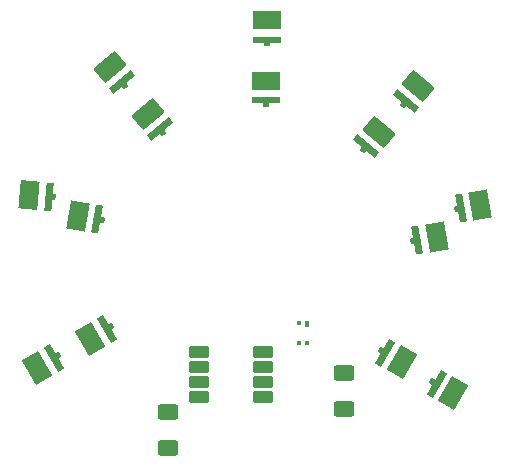
<source format=gts>
G04 #@! TF.GenerationSoftware,KiCad,Pcbnew,9.0.4*
G04 #@! TF.CreationDate,2025-10-28T23:18:59-04:00*
G04 #@! TF.ProjectId,DEL_MCPCB,44454c5f-4d43-4504-9342-2e6b69636164,rev?*
G04 #@! TF.SameCoordinates,Original*
G04 #@! TF.FileFunction,Soldermask,Top*
G04 #@! TF.FilePolarity,Negative*
%FSLAX46Y46*%
G04 Gerber Fmt 4.6, Leading zero omitted, Abs format (unit mm)*
G04 Created by KiCad (PCBNEW 9.0.4) date 2025-10-28 23:18:59*
%MOMM*%
%LPD*%
G01*
G04 APERTURE LIST*
G04 Aperture macros list*
%AMRoundRect*
0 Rectangle with rounded corners*
0 $1 Rounding radius*
0 $2 $3 $4 $5 $6 $7 $8 $9 X,Y pos of 4 corners*
0 Add a 4 corners polygon primitive as box body*
4,1,4,$2,$3,$4,$5,$6,$7,$8,$9,$2,$3,0*
0 Add four circle primitives for the rounded corners*
1,1,$1+$1,$2,$3*
1,1,$1+$1,$4,$5*
1,1,$1+$1,$6,$7*
1,1,$1+$1,$8,$9*
0 Add four rect primitives between the rounded corners*
20,1,$1+$1,$2,$3,$4,$5,0*
20,1,$1+$1,$4,$5,$6,$7,0*
20,1,$1+$1,$6,$7,$8,$9,0*
20,1,$1+$1,$8,$9,$2,$3,0*%
%AMRotRect*
0 Rectangle, with rotation*
0 The origin of the aperture is its center*
0 $1 length*
0 $2 width*
0 $3 Rotation angle, in degrees counterclockwise*
0 Add horizontal line*
21,1,$1,$2,0,0,$3*%
G04 Aperture macros list end*
%ADD10RoundRect,0.102000X-0.736600X0.368300X-0.736600X-0.368300X0.736600X-0.368300X0.736600X0.368300X0*%
%ADD11RotRect,1.600000X2.400000X150.000000*%
%ADD12RotRect,0.600000X2.400000X150.000000*%
%ADD13RotRect,0.600000X0.500000X150.000000*%
%ADD14RotRect,1.600000X2.400000X350.000000*%
%ADD15RotRect,0.600000X2.400000X350.000000*%
%ADD16RotRect,0.600000X0.500000X350.000000*%
%ADD17RotRect,1.600000X2.400000X30.000000*%
%ADD18RotRect,0.600000X2.400000X30.000000*%
%ADD19RotRect,0.600000X0.500000X30.000000*%
%ADD20RotRect,1.600000X2.400000X190.000000*%
%ADD21RotRect,0.600000X2.400000X190.000000*%
%ADD22RotRect,0.600000X0.500000X190.000000*%
%ADD23RoundRect,0.250000X0.625000X-0.400000X0.625000X0.400000X-0.625000X0.400000X-0.625000X-0.400000X0*%
%ADD24RotRect,1.600000X2.400000X230.000000*%
%ADD25RotRect,0.600000X2.400000X230.000000*%
%ADD26RotRect,0.600000X0.500000X230.000000*%
%ADD27R,2.400000X1.600000*%
%ADD28R,2.400000X0.600000*%
%ADD29R,0.500000X0.600000*%
%ADD30RotRect,1.600000X2.400000X310.000000*%
%ADD31RotRect,0.600000X2.400000X310.000000*%
%ADD32RotRect,0.600000X0.500000X310.000000*%
%ADD33RotRect,1.600000X2.400000X355.000000*%
%ADD34RotRect,0.600000X2.400000X355.000000*%
%ADD35RotRect,0.600000X0.500000X355.000000*%
%ADD36RoundRect,0.250000X-0.625000X0.400000X-0.625000X-0.400000X0.625000X-0.400000X0.625000X0.400000X0*%
%ADD37R,0.304800X0.431800*%
%ADD38R,0.355600X0.533400*%
G04 APERTURE END LIST*
D10*
X145594200Y-99440000D03*
X145594200Y-101980000D03*
X145594200Y-100710000D03*
X145594200Y-98170000D03*
X151020000Y-101980000D03*
X151020000Y-100710000D03*
X151020000Y-99440000D03*
X151020000Y-98170000D03*
D11*
X167132171Y-101661303D03*
D12*
X165703229Y-100836303D03*
D13*
X165443421Y-100686303D03*
D14*
X135342742Y-86622368D03*
D15*
X136967676Y-86908888D03*
D16*
X137263118Y-86960982D03*
D17*
X131900000Y-99500000D03*
D18*
X133328942Y-98675000D03*
D19*
X133588750Y-98525000D03*
D20*
X165709600Y-88417400D03*
D21*
X164084666Y-88703920D03*
D22*
X163789224Y-88756014D03*
D23*
X142976600Y-106300200D03*
X142976600Y-103200200D03*
D24*
X164171030Y-75629746D03*
D25*
X163110431Y-76893720D03*
D26*
X162917594Y-77123533D03*
D24*
X160818814Y-79489014D03*
D25*
X159758214Y-80752988D03*
D26*
X159565378Y-80982801D03*
D27*
X151300572Y-75179831D03*
D28*
X151300572Y-76829832D03*
D29*
X151300572Y-77129831D03*
D27*
X151387829Y-70068697D03*
D28*
X151387829Y-71718697D03*
D29*
X151387829Y-72018697D03*
D30*
X138020755Y-74025568D03*
D31*
X139081355Y-75289541D03*
D32*
X139274191Y-75519355D03*
D33*
X131213076Y-84881119D03*
D34*
X132856798Y-85024927D03*
D35*
X133155657Y-85051073D03*
D20*
X169414933Y-85693480D03*
D21*
X167790000Y-85980000D03*
D22*
X167494557Y-86032094D03*
D36*
X157861000Y-99923000D03*
X157861000Y-103023000D03*
D11*
X162749428Y-99030169D03*
D12*
X161320485Y-98205168D03*
D13*
X161060678Y-98055169D03*
D30*
X141239285Y-77997012D03*
D31*
X142299885Y-79260986D03*
D32*
X142492721Y-79490799D03*
D17*
X136370000Y-97020000D03*
D18*
X137798943Y-96195000D03*
D19*
X138058750Y-96045000D03*
D37*
X154031201Y-97382899D03*
X154731199Y-97382899D03*
D38*
X154731199Y-95758066D03*
D37*
X154031201Y-95707901D03*
M02*

</source>
